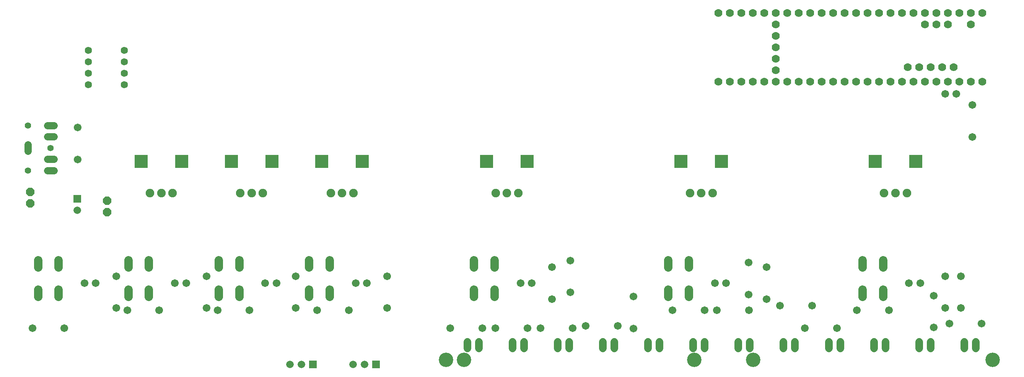
<source format=gbr>
G04 EAGLE Gerber RS-274X export*
G75*
%MOMM*%
%FSLAX34Y34*%
%LPD*%
%INSoldermask Bottom*%
%IPPOS*%
%AMOC8*
5,1,8,0,0,1.08239X$1,22.5*%
G01*
G04 Define Apertures*
%ADD10P,1.95198X8X112.5*%
%ADD11R,1.662800X1.662800*%
%ADD12C,1.662800*%
%ADD13C,1.612800*%
%ADD14C,1.403200*%
%ADD15C,1.662800*%
%ADD16C,1.712800*%
%ADD17C,1.912800*%
%ADD18R,3.003200X3.003200*%
%ADD19C,1.828800*%
%ADD20C,1.778000*%
%ADD21C,1.592800*%
%ADD22C,3.203200*%
D10*
X280000Y747300D03*
X280000Y772700D03*
X450000Y727300D03*
X450000Y752700D03*
D11*
X384300Y756900D03*
D12*
X384300Y731500D03*
D13*
X275000Y862952D02*
X275000Y877048D01*
X317952Y820000D02*
X332048Y820000D01*
X332048Y845000D02*
X317952Y845000D01*
X317952Y895000D02*
X332048Y895000D01*
X332048Y920000D02*
X317952Y920000D01*
D14*
X275000Y920000D03*
X325000Y870000D03*
X275000Y820000D03*
D15*
X1247300Y439596D02*
X1247300Y425000D01*
X1272700Y425000D02*
X1272700Y439596D01*
X2147300Y439596D02*
X2147300Y425000D01*
X2172700Y425000D02*
X2172700Y439596D01*
X2247300Y439596D02*
X2247300Y425000D01*
X2272700Y425000D02*
X2272700Y439596D01*
X2347300Y439596D02*
X2347300Y425000D01*
X2372700Y425000D02*
X2372700Y439596D01*
X1347300Y439596D02*
X1347300Y425000D01*
X1372700Y425000D02*
X1372700Y439596D01*
X1447300Y439596D02*
X1447300Y425000D01*
X1472700Y425000D02*
X1472700Y439596D01*
X1547300Y439596D02*
X1547300Y425000D01*
X1572700Y425000D02*
X1572700Y439596D01*
X1647300Y439596D02*
X1647300Y425000D01*
X1672700Y425000D02*
X1672700Y439596D01*
X1747300Y439596D02*
X1747300Y425000D01*
X1772700Y425000D02*
X1772700Y439596D01*
X1847300Y439596D02*
X1847300Y425000D01*
X1872700Y425000D02*
X1872700Y439596D01*
X1947300Y439596D02*
X1947300Y425000D01*
X1972700Y425000D02*
X1972700Y439596D01*
X2047300Y439596D02*
X2047300Y425000D01*
X2072700Y425000D02*
X2072700Y439596D01*
D16*
X284600Y470000D03*
X355400Y470000D03*
X1475000Y549600D03*
X1475000Y620400D03*
X1910000Y534600D03*
X1910000Y605400D03*
X2340000Y514600D03*
X2340000Y585400D03*
D12*
X854550Y390000D03*
X879950Y390000D03*
D11*
X905450Y390000D03*
D12*
X994550Y390000D03*
X1019950Y390000D03*
D11*
X1045450Y390000D03*
D16*
X1209600Y470000D03*
X1280400Y470000D03*
X1309600Y470000D03*
X1380400Y470000D03*
X1409600Y470000D03*
X1480400Y470000D03*
X1509600Y475000D03*
X1580400Y475000D03*
X1615000Y540400D03*
X1615000Y469600D03*
X494600Y510000D03*
X565400Y510000D03*
X1701672Y510000D03*
X1772472Y510000D03*
X1799600Y510000D03*
X1870400Y510000D03*
X1939600Y520000D03*
X2010400Y520000D03*
X1994600Y470000D03*
X2065400Y470000D03*
X2109600Y510000D03*
X2180400Y510000D03*
X2280000Y542274D03*
X2280000Y471474D03*
X2314600Y480000D03*
X2385400Y480000D03*
X694600Y510000D03*
X765400Y510000D03*
X385000Y915400D03*
X385000Y844600D03*
D17*
X545000Y770000D03*
X570000Y770000D03*
X595000Y770000D03*
D18*
X615000Y840000D03*
X525000Y840000D03*
D16*
X914600Y510000D03*
X985400Y510000D03*
D17*
X745000Y770000D03*
X770000Y770000D03*
X795000Y770000D03*
D18*
X815000Y840000D03*
X725000Y840000D03*
D17*
X945000Y770000D03*
X970000Y770000D03*
X995000Y770000D03*
D18*
X1015000Y840000D03*
X925000Y840000D03*
D17*
X1310000Y770000D03*
X1335000Y770000D03*
X1360000Y770000D03*
D18*
X1380000Y840000D03*
X1290000Y840000D03*
D17*
X1740000Y770000D03*
X1765000Y770000D03*
X1790000Y770000D03*
D18*
X1810000Y840000D03*
X1720000Y840000D03*
D17*
X2170000Y770000D03*
X2195000Y770000D03*
X2220000Y770000D03*
D18*
X2240000Y840000D03*
X2150000Y840000D03*
D19*
X297394Y555616D02*
X297394Y539360D01*
X342606Y539360D02*
X342606Y555616D01*
X297394Y604384D02*
X297394Y620640D01*
X342606Y620640D02*
X342606Y604384D01*
X497394Y555616D02*
X497394Y539360D01*
X542606Y539360D02*
X542606Y555616D01*
X497394Y604384D02*
X497394Y620640D01*
X542606Y620640D02*
X542606Y604384D01*
X697394Y555616D02*
X697394Y539360D01*
X742606Y539360D02*
X742606Y555616D01*
X697394Y604384D02*
X697394Y620640D01*
X742606Y620640D02*
X742606Y604384D01*
X897394Y555616D02*
X897394Y539360D01*
X942606Y539360D02*
X942606Y555616D01*
X897394Y604384D02*
X897394Y620640D01*
X942606Y620640D02*
X942606Y604384D01*
X1262394Y555616D02*
X1262394Y539360D01*
X1307606Y539360D02*
X1307606Y555616D01*
X1262394Y604384D02*
X1262394Y620640D01*
X1307606Y620640D02*
X1307606Y604384D01*
X1692394Y555616D02*
X1692394Y539360D01*
X1737606Y539360D02*
X1737606Y555616D01*
X1692394Y604384D02*
X1692394Y620640D01*
X1737606Y620640D02*
X1737606Y604384D01*
X2122394Y555616D02*
X2122394Y539360D01*
X2167606Y539360D02*
X2167606Y555616D01*
X2122394Y604384D02*
X2122394Y620640D01*
X2167606Y620640D02*
X2167606Y604384D01*
D20*
X2336274Y1017222D03*
X2310874Y1017222D03*
X2285474Y1017222D03*
X2260074Y1017222D03*
X2234674Y1017222D03*
X2209274Y1017222D03*
X2183874Y1017222D03*
X2158474Y1017222D03*
X2133074Y1017222D03*
X2107674Y1017222D03*
X2082274Y1017222D03*
X2056874Y1017222D03*
X2056874Y1169622D03*
X2082274Y1169622D03*
X2107674Y1169622D03*
X2133074Y1169622D03*
X2158474Y1169622D03*
X2183874Y1169622D03*
X2209274Y1169622D03*
X2234674Y1169622D03*
X2260074Y1169622D03*
X2285474Y1169622D03*
X2310874Y1169622D03*
X2361674Y1017222D03*
X2336274Y1169622D03*
X2361674Y1169622D03*
X2387074Y1017222D03*
X2387074Y1169622D03*
X2031474Y1017222D03*
X2031474Y1169622D03*
X2006074Y1017222D03*
X1980674Y1017222D03*
X1955274Y1017222D03*
X1929874Y1017222D03*
X1904474Y1017222D03*
X1879074Y1017222D03*
X1853674Y1017222D03*
X1828274Y1017222D03*
X1802874Y1017222D03*
X1802874Y1169622D03*
X1828274Y1169622D03*
X1853674Y1169622D03*
X1879074Y1169622D03*
X1904474Y1169622D03*
X1929874Y1169622D03*
X1955274Y1169622D03*
X1980674Y1169622D03*
X2006074Y1169622D03*
X1929874Y1042622D03*
X1929874Y1093422D03*
X1929874Y1118822D03*
X1929874Y1068022D03*
X1929874Y1144222D03*
X2361674Y1144222D03*
X2310874Y1144222D03*
X2285474Y1144222D03*
X2260074Y1144222D03*
X2323574Y1048972D03*
X2298174Y1048972D03*
X2272774Y1048972D03*
X2247374Y1048972D03*
X2221974Y1048972D03*
D21*
X488000Y1010300D03*
X488000Y1035700D03*
X488000Y1061100D03*
X488000Y1086500D03*
X408600Y1086500D03*
X408600Y1061100D03*
X408600Y1035700D03*
X408600Y1010300D03*
D16*
X600000Y570000D03*
X625000Y570000D03*
X670000Y514600D03*
X670000Y585400D03*
X400000Y570000D03*
X425000Y570000D03*
X470000Y514600D03*
X470000Y585400D03*
X800000Y570000D03*
X825000Y570000D03*
X867472Y514600D03*
X867472Y585400D03*
X1000000Y570000D03*
X1025000Y570000D03*
X1070000Y514600D03*
X1070000Y585400D03*
X1365000Y570000D03*
X1390000Y570000D03*
X1435000Y534600D03*
X1435000Y605400D03*
X1795000Y570000D03*
X1820000Y570000D03*
X1870000Y544600D03*
X1870000Y615400D03*
X2225000Y570000D03*
X2250000Y570000D03*
X2305000Y514600D03*
X2305000Y585400D03*
X2305000Y990000D03*
X2330000Y990000D03*
X2365000Y894600D03*
X2365000Y965400D03*
D22*
X1200000Y400000D03*
X1240000Y400000D03*
X1750000Y400000D03*
X2410000Y400000D03*
X1880000Y400000D03*
M02*

</source>
